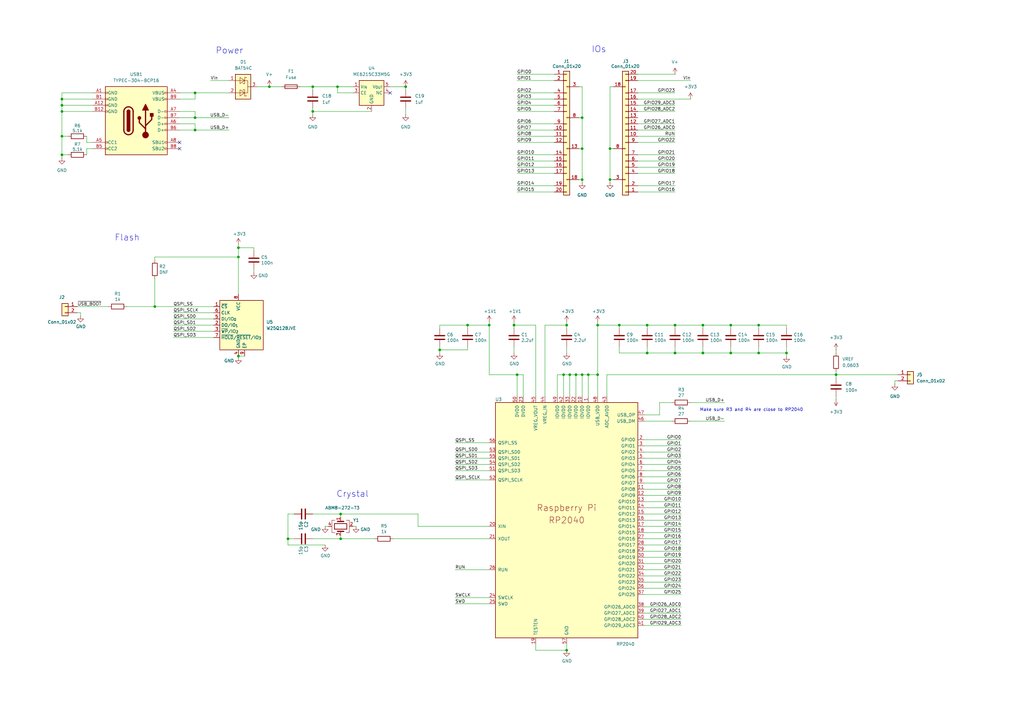
<source format=kicad_sch>
(kicad_sch (version 20250114) (generator "eeschema") (generator_version "9.0")
  (paper "A3")
  (title_block (title "RP2040 Minimal Design Example") (date "2024-01-16") (rev "REV2") (company "Raspberry Pi Ltd"))
  (lib_symbols
    (symbol "+3V3_1" (power) (pin_numbers (hide yes)) (pin_names (offset 0) (hide yes))
      (property "Value" "+3V3" (at 0 3.556 0))
      (symbol "+3V3_1_1_1"
        (pin power_in line (at 0 0 90) (length 0) (name "~") (number "1"))
      )
    )
    (symbol "+3V3_2" (power) (pin_numbers (hide yes)) (pin_names (offset 0) (hide yes))
      (property "Value" "+3V3" (at 0 3.556 0))
      (symbol "+3V3_2_1_1"
        (pin power_in line (at 0 0 90) (length 0) (name "~") (number "1"))
      )
    )
    (symbol "+3V3_3" (power) (pin_numbers (hide yes)) (pin_names (offset 0) (hide yes))
      (property "Value" "+3V3" (at 0 3.556 0))
      (symbol "+3V3_3_1_1"
        (pin power_in line (at 0 0 90) (length 0) (name "~") (number "1"))
      )
    )
    (symbol "+3V3_4" (power) (pin_numbers (hide yes)) (pin_names (offset 0) (hide yes))
      (property "Value" "+3V3" (at 0 3.556 0))
      (symbol "+3V3_4_1_1"
        (pin power_in line (at 0 0 90) (length 0) (name "~") (number "1"))
      )
    )
    (symbol "Conn_01x20_1" (pin_names (offset 1.016) (hide yes))
      (property "Reference" "J3" (at -1.27 28.194 0))
      (property "Value" "Conn_01x20" (at -5.842 26.162 0))
      (symbol "Conn_01x20_1_1_1"
        (pin passive line (at -5.08 22.86 0) (length 3.81) (name "Pin_20") (number "20"))
        (pin passive line (at -5.08 20.32 0) (length 3.81) (name "Pin_19") (number "19"))
        (pin passive line (at -5.08 15.24 0) (length 3.81) (name "Pin_17") (number "17"))
        (pin passive line (at -5.08 12.7 0) (length 3.81) (name "Pin_16") (number "16"))
        (pin passive line (at -5.08 10.16 0) (length 3.81) (name "Pin_15") (number "15"))
        (pin passive line (at -5.08 7.62 0) (length 3.81) (name "Pin_14") (number "14"))
        (pin passive line (at -5.08 5.08 0) (length 3.81) (name "Pin_13") (number "13"))
        (pin passive line (at -5.08 2.54 0) (length 3.81) (name "Pin_12") (number "12"))
        (pin passive line (at -5.08 0 0) (length 3.81) (name "Pin_11") (number "11"))
        (pin passive line (at -5.08 -2.54 0) (length 3.81) (name "Pin_10") (number "10"))
        (pin passive line (at -5.08 -5.08 0) (length 3.81) (name "Pin_9") (number "9"))
        (pin passive line (at -5.08 -10.16 0) (length 3.81) (name "Pin_7") (number "7"))
        (pin passive line (at -5.08 -12.7 0) (length 3.81) (name "Pin_6") (number "6"))
        (pin passive line (at -5.08 -15.24 0) (length 3.81) (name "Pin_5") (number "5"))
        (pin passive line (at -5.08 -17.78 0) (length 3.81) (name "Pin_4") (number "4"))
        (pin passive line (at -5.08 -22.86 0) (length 3.81) (name "Pin_2") (number "2"))
        (pin passive line (at -5.08 -25.4 0) (length 3.81) (name "Pin_1") (number "1"))
        (pin passive line (at 5.08 17.78 180) (length 3.81) (name "Pin_18") (number "18"))
        (pin passive line (at 5.08 -7.62 180) (length 3.81) (name "Pin_8") (number "8"))
        (pin passive line (at 5.08 -20.32 180) (length 3.81) (name "Pin_3") (number "3"))
      )
    )
    (symbol "Connector:USB_C_Receptacle" (pin_names (offset 1.016))
      (property "Reference" "USB1" (at 0 33.02 0))
      (property "Value" "TYPEC-304-BCP16" (at 0 30.48 0))
      (symbol "USB_C_Receptacle_1_1"
        (pin passive line (at -17.78 25.4 0) (length 5.08) (name "GND") (number "A1"))
        (pin passive line (at -17.78 25.4 0) (length 5.08) (hide yes) (name "VBUS") (number "A9"))
        (pin passive line (at -17.78 25.4 0) (length 5.08) (hide yes) (name "VBUS") (number "B4"))
        (pin passive line (at -17.78 25.4 0) (length 5.08) (hide yes) (name "VBUS") (number "B9"))
        (pin passive line (at -17.78 22.86 0) (length 5.08) (name "GND") (number "B1"))
        (pin passive line (at -17.78 22.86 0) (length 5.08) (hide yes) (name "VBUS") (number "B1"))
        (pin passive line (at -17.78 22.86 0) (length 5.08) (hide yes) (name "VBUS") (number "B4"))
        (pin passive line (at -17.78 22.86 0) (length 5.08) (hide yes) (name "VBUS") (number "B9"))
        (pin passive line (at -17.78 20.32 0) (length 5.08) (name "GND") (number "A12"))
        (pin passive line (at -17.78 20.32 0) (length 5.08) (hide yes) (name "VBUS") (number "A9"))
        (pin passive line (at -17.78 20.32 0) (length 5.08) (hide yes) (name "VBUS") (number "B4"))
        (pin passive line (at -17.78 20.32 0) (length 5.08) (hide yes) (name "VBUS") (number "B9"))
        (pin passive line (at -17.78 17.78 0) (length 5.08) (hide yes) (name "VBUS") (number "B1"))
        (pin passive line (at -17.78 17.78 0) (length 5.08) (name "GND") (number "B12"))
        (pin passive line (at -17.78 17.78 0) (length 5.08) (hide yes) (name "VBUS") (number "B4"))
        (pin passive line (at -17.78 17.78 0) (length 5.08) (hide yes) (name "VBUS") (number "B9"))
        (pin bidirectional line (at -17.78 5.08 0) (length 5.08) (name "CC1") (number "A5"))
        (pin bidirectional line (at -17.78 2.54 0) (length 5.08) (name "CC2") (number "B5"))
        (pin passive line (at 17.78 25.4 180) (length 5.08) (name "VBUS") (number "A4"))
        (pin passive line (at 17.78 25.4 180) (length 5.08) (hide yes) (name "VBUS") (number "A9"))
        (pin passive line (at 17.78 25.4 180) (length 5.08) (hide yes) (name "VBUS") (number "B4"))
        (pin passive line (at 17.78 25.4 180) (length 5.08) (hide yes) (name "VBUS") (number "B9"))
        (pin passive line (at 17.78 22.86 180) (length 5.08) (hide yes) (name "VBUS") (number "A9"))
        (pin passive line (at 17.78 22.86 180) (length 5.08) (hide yes) (name "VBUS") (number "B4"))
        (pin passive line (at 17.78 22.86 180) (length 5.08) (name "VBUS") (number "B9"))
        (pin passive line (at 17.78 22.86 180) (length 5.08) (hide yes) (name "VBUS") (number "B9"))
        (pin bidirectional line (at 17.78 17.78 180) (length 5.08) (name "D-") (number "A7"))
        (pin bidirectional line (at 17.78 15.24 180) (length 5.08) (name "D-") (number "B7"))
        (pin bidirectional line (at 17.78 12.7 180) (length 5.08) (name "D+") (number "A6"))
        (pin bidirectional line (at 17.78 10.16 180) (length 5.08) (name "D+") (number "B6"))
        (pin bidirectional line (at 17.78 5.08 180) (length 5.08) (name "SBU1") (number "A8"))
        (pin bidirectional line (at 17.78 2.54 180) (length 5.08) (name "SBU2") (number "B8"))
      )
    )
    (symbol "Connector_Generic:Conn_01x02" (pin_names (offset 1.016) (hide yes))
      (property "Reference" "J" (at 0 2.54 0))
      (property "Value" "Conn_01x02" (at 0 -5.08 0))
      (symbol "Conn_01x02_1_1"
        (pin passive line (at -5.08 0 0) (length 3.81) (name "Pin_1") (number "1"))
        (pin passive line (at -5.08 -2.54 0) (length 3.81) (name "Pin_2") (number "2"))
      )
    )
    (symbol "Connector_Generic:Conn_01x20" (pin_names (offset 1.016) (hide yes))
      (property "Reference" "J1" (at -1.27 28.194 0))
      (property "Value" "Conn_01x20" (at -5.842 26.162 0))
      (symbol "Conn_01x20_1_1"
        (pin passive line (at -5.08 22.86 0) (length 3.81) (name "Pin_1") (number "1"))
        (pin passive line (at -5.08 20.32 0) (length 3.81) (name "Pin_2") (number "2"))
        (pin passive line (at -5.08 15.24 0) (length 3.81) (name "Pin_4") (number "4"))
        (pin passive line (at -5.08 12.7 0) (length 3.81) (name "Pin_5") (number "5"))
        (pin passive line (at -5.08 10.16 0) (length 3.81) (name "Pin_6") (number "6"))
        (pin passive line (at -5.08 7.62 0) (length 3.81) (name "Pin_7") (number "7"))
        (pin passive line (at -5.08 2.54 0) (length 3.81) (name "Pin_9") (number "9"))
        (pin passive line (at -5.08 0 0) (length 3.81) (name "Pin_10") (number "10"))
        (pin passive line (at -5.08 -2.54 0) (length 3.81) (name "Pin_11") (number "11"))
        (pin passive line (at -5.08 -5.08 0) (length 3.81) (name "Pin_12") (number "12"))
        (pin passive line (at -5.08 -10.16 0) (length 3.81) (name "Pin_14") (number "14"))
        (pin passive line (at -5.08 -12.7 0) (length 3.81) (name "Pin_15") (number "15"))
        (pin passive line (at -5.08 -15.24 0) (length 3.81) (name "Pin_16") (number "16"))
        (pin passive line (at -5.08 -17.78 0) (length 3.81) (name "Pin_17") (number "17"))
        (pin passive line (at -5.08 -22.86 0) (length 3.81) (name "Pin_19") (number "19"))
        (pin passive line (at -5.08 -25.4 0) (length 3.81) (name "Pin_20") (number "20"))
        (pin passive line (at 5.08 17.78 180) (length 3.81) (name "Pin_3") (number "3"))
        (pin passive line (at 5.08 5.08 180) (length 3.81) (name "Pin_8") (number "8"))
        (pin passive line (at 5.08 -7.62 180) (length 3.81) (name "Pin_13") (number "13"))
        (pin passive line (at 5.08 -20.32 180) (length 3.81) (name "Pin_18") (number "18"))
      )
    )
    (symbol "Device:C" (pin_numbers (hide yes)) (pin_names (offset 0.254))
      (property "Reference" "C" (at 0.635 2.54 0))
      (property "Value" "C" (at 0.635 -2.54 0))
      (symbol "C_1_1"
        (pin passive line (at 0 3.81 270) (length 2.794) (name "~") (number "1"))
        (pin passive line (at 0 -3.81 90) (length 2.794) (name "~") (number "2"))
      )
    )
    (symbol "Device:Crystal_GND24" (pin_names (offset 1.016) (hide yes))
      (property "Reference" "Y" (at 3.175 5.08 0))
      (property "Value" "Crystal_GND24" (at 3.175 3.175 0))
      (symbol "Crystal_GND24_1_1"
        (pin passive line (at -3.81 0 0) (length 1.27) (name "1") (number "1"))
        (pin passive line (at 0 5.08 270) (length 1.27) (name "2") (number "2"))
        (pin passive line (at 0 -5.08 90) (length 1.27) (name "4") (number "4"))
        (pin passive line (at 3.81 0 180) (length 1.27) (name "3") (number "3"))
      )
    )
    (symbol "Device:Fuse" (pin_numbers (hide yes)) (pin_names (offset 0))
      (property "Reference" "F" (at 2.032 0 90))
      (property "Value" "Fuse" (at -1.905 0 90))
      (symbol "Fuse_1_1"
        (pin passive line (at 0 3.81 270) (length 1.27) (name "~") (number "1"))
        (pin passive line (at 0 -3.81 90) (length 1.27) (name "~") (number "2"))
      )
    )
    (symbol "Device:R" (pin_numbers (hide yes)) (pin_names (offset 0))
      (property "Reference" "R" (at 2.032 0 90))
      (property "Value" "R" (at 0 0 90))
      (symbol "R_1_1"
        (pin passive line (at 0 3.81 270) (length 1.27) (name "~") (number "1"))
        (pin passive line (at 0 -3.81 90) (length 1.27) (name "~") (number "2"))
      )
    )
    (symbol "Diode:BAT54C" (pin_names (offset 1.016))
      (property "Reference" "D1" (at -0.508 7.62 0))
      (property "Value" "BAT54C" (at -0.508 5.08 0))
      (symbol "BAT54C_1_1"
        (pin passive line (at -6.35 0 0) (length 2.54) (name "~") (number "1"))
        (pin passive line (at -6.35 -5.08 0) (length 2.54) (name "~") (number "2"))
        (pin passive line (at 5.08 -2.54 180) (length 2.54) (name "~") (number "3"))
      )
    )
    (symbol "GND_1" (power) (pin_numbers (hide yes)) (pin_names (offset 0) (hide yes))
      (property "Value" "GND" (at 0 -3.81 0))
      (symbol "GND_1_1_1"
        (pin power_in line (at 0 0 270) (length 0) (name "~") (number "1"))
      )
    )
    (symbol "GND_2" (power) (pin_numbers (hide yes)) (pin_names (offset 0) (hide yes))
      (property "Value" "GND" (at 0 -3.81 0))
      (symbol "GND_2_1_1"
        (pin power_in line (at 0 0 270) (length 0) (name "~") (number "1"))
      )
    )
    (symbol "GND_3" (power) (pin_numbers (hide yes)) (pin_names (offset 0) (hide yes))
      (property "Value" "GND" (at 0 -3.81 0))
      (symbol "GND_3_1_1"
        (pin power_in line (at 0 0 270) (length 0) (name "~") (number "1"))
      )
    )
    (symbol "GND_4" (power) (pin_numbers (hide yes)) (pin_names (offset 0) (hide yes))
      (property "Value" "GND" (at 0 -3.81 0))
      (symbol "GND_4_1_1"
        (pin power_in line (at 0 0 270) (length 0) (name "~") (number "1"))
      )
    )
    (symbol "GND_5" (power) (pin_numbers (hide yes)) (pin_names (offset 0) (hide yes))
      (property "Value" "GND" (at 0 -3.81 0))
      (symbol "GND_5_1_1"
        (pin power_in line (at 0 0 270) (length 0) (name "~") (number "1"))
      )
    )
    (symbol "MCU_RaspberryPi_RP2040:RP2040" (pin_names (offset 1.016))
      (property "Reference" "U" (at -29.21 49.53 0))
      (property "Value" "RP2040" (at 24.13 -49.53 0))
      (symbol "RP2040_0_0"
        (text "Raspberry Pi" (at 0 5.08 0) (effects (font (size 2.54 2.54))))
        (text "RP2040" (at 0 0 0) (effects (font (size 2.54 2.54))))
      )
      (symbol "RP2040_1_1"
        (pin bidirectional line (at -31.75 31.75 0) (length 2.54) (name "QSPI_SS") (number "56"))
        (pin bidirectional line (at -31.75 27.94 0) (length 2.54) (name "QSPI_SD0") (number "53"))
        (pin bidirectional line (at -31.75 25.4 0) (length 2.54) (name "QSPI_SD1") (number "55"))
        (pin bidirectional line (at -31.75 22.86 0) (length 2.54) (name "QSPI_SD2") (number "54"))
        (pin bidirectional line (at -31.75 20.32 0) (length 2.54) (name "QSPI_SD3") (number "51"))
        (pin output line (at -31.75 16.51 0) (length 2.54) (name "QSPI_SCLK") (number "52"))
        (pin input line (at -31.75 -2.54 0) (length 2.54) (name "XIN") (number "20"))
        (pin passive line (at -31.75 -7.62 0) (length 2.54) (name "XOUT") (number "21"))
        (pin input line (at -31.75 -20.32 0) (length 2.54) (name "RUN") (number "26"))
        (pin output line (at -31.75 -31.75 0) (length 2.54) (name "SWCLK") (number "24"))
        (pin bidirectional line (at -31.75 -34.29 0) (length 2.54) (name "SWD") (number "25"))
        (pin power_in line (at -20.32 50.8 270) (length 2.54) (name "DVDD") (number "50"))
        (pin power_in line (at -17.78 50.8 270) (length 2.54) (name "DVDD") (number "23"))
        (pin power_out line (at -12.7 50.8 270) (length 2.54) (name "VREG_VOUT") (number "45"))
        (pin passive line (at -12.7 -50.8 90) (length 2.54) (name "TESTEN") (number "19"))
        (pin power_in line (at -8.89 50.8 270) (length 2.54) (name "VREG_IN") (number "44"))
        (pin power_in line (at -3.81 50.8 270) (length 2.54) (name "IOVDD") (number "49"))
        (pin power_in line (at -1.27 50.8 270) (length 2.54) (name "IOVDD") (number "42"))
        (pin power_in line (at 0 -50.8 90) (length 2.54) (name "GND") (number "57"))
        (pin power_in line (at 1.27 50.8 270) (length 2.54) (name "IOVDD") (number "33"))
        (pin power_in line (at 3.81 50.8 270) (length 2.54) (name "IOVDD") (number "22"))
        (pin power_in line (at 6.35 50.8 270) (length 2.54) (name "IOVDD") (number "10"))
        (pin power_in line (at 8.89 50.8 270) (length 2.54) (name "IOVDD") (number "1"))
        (pin power_in line (at 12.7 50.8 270) (length 2.54) (name "USB_VDD") (number "48"))
        (pin power_in line (at 16.51 50.8 270) (length 2.54) (name "ADC_AVDD") (number "43"))
        (pin bidirectional line (at 31.75 43.18 180) (length 2.54) (name "USB_DP") (number "47"))
        (pin bidirectional line (at 31.75 40.64 180) (length 2.54) (name "USB_DM") (number "46"))
        (pin bidirectional line (at 31.75 33.02 180) (length 2.54) (name "GPIO0") (number "2"))
        (pin bidirectional line (at 31.75 30.48 180) (length 2.54) (name "GPIO1") (number "3"))
        (pin bidirectional line (at 31.75 27.94 180) (length 2.54) (name "GPIO2") (number "4"))
        (pin bidirectional line (at 31.75 25.4 180) (length 2.54) (name "GPIO3") (number "5"))
        (pin bidirectional line (at 31.75 22.86 180) (length 2.54) (name "GPIO4") (number "6"))
        (pin bidirectional line (at 31.75 20.32 180) (length 2.54) (name "GPIO5") (number "7"))
        (pin bidirectional line (at 31.75 17.78 180) (length 2.54) (name "GPIO6") (number "8"))
        (pin bidirectional line (at 31.75 15.24 180) (length 2.54) (name "GPIO7") (number "9"))
        (pin bidirectional line (at 31.75 12.7 180) (length 2.54) (name "GPIO8") (number "11"))
        (pin bidirectional line (at 31.75 10.16 180) (length 2.54) (name "GPIO9") (number "12"))
        (pin bidirectional line (at 31.75 7.62 180) (length 2.54) (name "GPIO10") (number "13"))
        (pin bidirectional line (at 31.75 5.08 180) (length 2.54) (name "GPIO11") (number "14"))
        (pin bidirectional line (at 31.75 2.54 180) (length 2.54) (name "GPIO12") (number "15"))
        (pin bidirectional line (at 31.75 0 180) (length 2.54) (name "GPIO13") (number "16"))
        (pin bidirectional line (at 31.75 -2.54 180) (length 2.54) (name "GPIO14") (number "17"))
        (pin bidirectional line (at 31.75 -5.08 180) (length 2.54) (name "GPIO15") (number "18"))
        (pin bidirectional line (at 31.75 -7.62 180) (length 2.54) (name "GPIO16") (number "27"))
        (pin bidirectional line (at 31.75 -10.16 180) (length 2.54) (name "GPIO17") (number "28"))
        (pin bidirectional line (at 31.75 -12.7 180) (length 2.54) (name "GPIO18") (number "29"))
        (pin bidirectional line (at 31.75 -15.24 180) (length 2.54) (name "GPIO19") (number "30"))
        (pin bidirectional line (at 31.75 -17.78 180) (length 2.54) (name "GPIO20") (number "31"))
        (pin bidirectional line (at 31.75 -20.32 180) (length 2.54) (name "GPIO21") (number "32"))
        (pin bidirectional line (at 31.75 -22.86 180) (length 2.54) (name "GPIO22") (number "34"))
        (pin bidirectional line (at 31.75 -25.4 180) (length 2.54) (name "GPIO23") (number "35"))
        (pin bidirectional line (at 31.75 -27.94 180) (length 2.54) (name "GPIO24") (number "36"))
        (pin bidirectional line (at 31.75 -30.48 180) (length 2.54) (name "GPIO25") (number "37"))
        (pin bidirectional line (at 31.75 -35.56 180) (length 2.54) (name "GPIO26_ADC0") (number "38"))
        (pin bidirectional line (at 31.75 -38.1 180) (length 2.54) (name "GPIO27_ADC1") (number "39"))
        (pin bidirectional line (at 31.75 -40.64 180) (length 2.54) (name "GPIO28_ADC2") (number "40"))
        (pin bidirectional line (at 31.75 -43.18 180) (length 2.54) (name "GPIO29_ADC3") (number "41"))
      )
    )
    (symbol "Memory_Flash:W25Q128JVE"
      (property "Reference" "U" (at -6.35 11.43 0))
      (property "Value" "W25Q128JVE" (at 7.62 11.43 0))
      (symbol "W25Q128JVE_1_1"
        (pin input line (at -10.16 7.62 0) (length 2.54) (name "~{CS}") (number "1"))
        (pin input line (at -10.16 5.08 0) (length 2.54) (name "CLK") (number "6"))
        (pin bidirectional line (at -10.16 2.54 0) (length 2.54) (name "DI/IO_{0}") (number "5"))
        (pin bidirectional line (at -10.16 0 0) (length 2.54) (name "DO/IO_{1}") (number "2"))
        (pin bidirectional line (at -10.16 -2.54 0) (length 2.54) (name "~{WP}/IO_{2}") (number "3"))
        (pin bidirectional line (at -10.16 -5.08 0) (length 2.54) (name "~{HOLD}/~{RESET}/IO_{3}") (number "7"))
        (pin power_in line (at 0 12.7 270) (length 2.54) (name "VCC") (number "8"))
        (pin power_in line (at 0 -12.7 90) (length 2.54) (name "GND") (number "4"))
        (pin passive line (at 2.54 -12.7 90) (length 2.54) (name "EP") (number "9"))
      )
    )
    (symbol "Regulator_Linear:ME6211C33M5"
      (property "Reference" "U4" (at 0 10.16 0))
      (property "Value" "ME6215C33M5G" (at 0 7.62 0))
      (symbol "ME6211C33M5_1_1"
        (pin power_in line (at -7.62 2.54 0) (length 2.54) (name "V_{IN}") (number "1"))
        (pin input line (at -7.62 0 0) (length 2.54) (name "CE") (number "3"))
        (pin power_in line (at 0 -7.62 90) (length 2.54) (name "GND") (number "2"))
        (pin no_connect line (at 5.08 0 180) (length 2.54) (hide yes) (name "NC") (number "4"))
        (pin power_out line (at 7.62 2.54 180) (length 2.54) (name "V_{OUT}") (number "5"))
        (pin unspecified line (at 7.62 0 180) (length 2.54) (name "NC") (number "4"))
      )
    )
    (symbol "VBUS_1" (power) (pin_numbers (hide yes)) (pin_names (offset 0) (hide yes))
      (property "Value" "VBUS" (at 0 3.556 0))
      (symbol "VBUS_1_1_1"
        (pin power_in line (at 0 0 90) (length 0) (name "~") (number "1"))
      )
    )
    (symbol "power:+1V1" (power) (pin_names (offset 0))
      (property "Value" "+1V1" (at 0 3.556 0))
      (symbol "+1V1_1_1"
        (pin power_in line (at 0 0 90) (length 0) (hide yes) (name "+1V1") (number "1"))
      )
    )
    (symbol "power:+3V3" (power) (pin_names (offset 0))
      (property "Value" "+3V3" (at 0 3.556 0))
      (symbol "+3V3_1_1"
        (pin power_in line (at 0 0 90) (length 0) (hide yes) (name "+3V3") (number "1"))
      )
    )
    (symbol "power:GND" (power) (pin_names (offset 0))
      (property "Value" "GND" (at 0 -3.81 0))
      (symbol "GND_1_1"
        (pin power_in line (at 0 0 270) (length 0) (hide yes) (name "GND") (number "1"))
      )
    )
  )
  (text "IOs" (at 242.57 21.844 0) (effects (font (size 2.54 2.54)) (justify left bottom)))
  (text "Power" (at 88.392 22.352 0) (effects (font (size 2.54 2.54)) (justify left bottom)))
  (text "Crystal" (at 137.922 204.216 0) (effects (font (size 2.54 2.54)) (justify left bottom)))
  (text "Make sure R3 and R4 are close to RP2040" (at 287.02 168.91 0) (effects (font (size 1.27 1.27)) (justify left bottom)))
  (text "Flash" (at 46.99 99.06 0) (effects (font (size 2.54 2.54)) (justify left bottom)))
  (junction (at 25.4 55.88))
  (junction (at 110.49 35.56))
  (junction (at 97.79 105.41))
  (junction (at 250.19 73.66))
  (junction (at 80.01 38.1))
  (junction (at 191.77 133.35))
  (junction (at 238.76 73.66))
  (junction (at 118.11 220.98))
  (junction (at 254 133.35))
  (junction (at 25.4 40.64))
  (junction (at 276.86 144.78))
  (junction (at 245.11 153.67))
  (junction (at 288.29 133.35))
  (junction (at 210.82 133.35))
  (junction (at 139.7 210.82))
  (junction (at 276.86 133.35))
  (junction (at 238.76 153.67))
  (junction (at 25.4 43.18))
  (junction (at 138.43 35.56))
  (junction (at 180.34 143.51))
  (junction (at 212.09 153.67))
  (junction (at 311.15 133.35))
  (junction (at 166.37 35.56))
  (junction (at 322.58 144.78))
  (junction (at 139.7 220.98))
  (junction (at 238.76 48.26))
  (junction (at 288.29 144.78))
  (junction (at 232.41 133.35))
  (junction (at 97.79 101.6))
  (junction (at 25.4 63.5))
  (junction (at 97.79 146.05))
  (junction (at 80.01 48.26))
  (junction (at 238.76 60.96))
  (junction (at 241.3 153.67))
  (junction (at 233.68 153.67))
  (junction (at 200.66 133.35))
  (junction (at 265.43 144.78))
  (junction (at 299.72 144.78))
  (junction (at 236.22 153.67))
  (junction (at 25.4 45.72))
  (junction (at 231.14 153.67))
  (junction (at 63.5 125.73))
  (junction (at 128.27 35.56))
  (junction (at 232.41 266.7))
  (junction (at 245.11 133.35))
  (junction (at 342.9 153.67))
  (junction (at 128.27 45.72))
  (junction (at 299.72 133.35))
  (junction (at 311.15 144.78))
  (junction (at 250.19 60.96))
  (junction (at 80.01 53.34))
  (junction (at 265.43 133.35))
  (no_connect (at 160.02 38.1))
  (no_connect (at 73.66 60.96))
  (no_connect (at 73.66 58.42))
  (wire (pts (xy 261.62 43.18) (xy 276.86 43.18)))
  (wire (pts (xy 264.16 205.74) (xy 279.4 205.74)))
  (wire (pts (xy 227.33 53.34) (xy 212.09 53.34)))
  (wire (pts (xy 180.34 143.51) (xy 191.77 143.51)))
  (wire (pts (xy 73.66 40.64) (xy 80.01 40.64)))
  (wire (pts (xy 25.4 45.72) (xy 25.4 55.88)))
  (wire (pts (xy 270.51 165.1) (xy 270.51 170.18)))
  (wire (pts (xy 261.62 68.58) (xy 276.86 68.58)))
  (wire (pts (xy 35.56 60.96) (xy 38.1 60.96)))
  (wire (pts (xy 227.33 43.18) (xy 212.09 43.18)))
  (wire (pts (xy 276.86 133.35) (xy 288.29 133.35)))
  (wire (pts (xy 238.76 35.56) (xy 238.76 48.26)))
  (wire (pts (xy 166.37 35.56) (xy 166.37 36.83)))
  (wire (pts (xy 241.3 153.67) (xy 245.11 153.67)))
  (wire (pts (xy 118.11 223.52) (xy 133.35 223.52)))
  (wire (pts (xy 25.4 55.88) (xy 27.94 55.88)))
  (wire (pts (xy 87.63 138.43) (xy 71.12 138.43)))
  (wire (pts (xy 232.41 132.08) (xy 232.41 133.35)))
  (wire (pts (xy 368.3 156.21) (xy 367.03 156.21)))
  (wire (pts (xy 276.86 134.62) (xy 276.86 133.35)))
  (wire (pts (xy 200.66 132.08) (xy 200.66 133.35)))
  (wire (pts (xy 264.16 218.44) (xy 279.4 218.44)))
  (wire (pts (xy 227.33 66.04) (xy 212.09 66.04)))
  (wire (pts (xy 228.6 162.56) (xy 228.6 153.67)))
  (wire (pts (xy 38.1 45.72) (xy 25.4 45.72)))
  (wire (pts (xy 227.33 38.1) (xy 212.09 38.1)))
  (wire (pts (xy 73.66 48.26) (xy 80.01 48.26)))
  (wire (pts (xy 97.79 101.6) (xy 97.79 105.41)))
  (wire (pts (xy 264.16 243.84) (xy 279.4 243.84)))
  (wire (pts (xy 238.76 48.26) (xy 238.76 60.96)))
  (wire (pts (xy 228.6 153.67) (xy 231.14 153.67)))
  (wire (pts (xy 264.16 238.76) (xy 279.4 238.76)))
  (wire (pts (xy 264.16 172.72) (xy 275.59 172.72)))
  (wire (pts (xy 232.41 133.35) (xy 223.52 133.35)))
  (wire (pts (xy 73.66 53.34) (xy 80.01 53.34)))
  (wire (pts (xy 264.16 180.34) (xy 279.4 180.34)))
  (wire (pts (xy 227.33 45.72) (xy 212.09 45.72)))
  (wire (pts (xy 71.12 128.27) (xy 87.63 128.27)))
  (wire (pts (xy 342.9 152.4) (xy 342.9 153.67)))
  (wire (pts (xy 97.79 100.33) (xy 97.79 101.6)))
  (wire (pts (xy 283.21 165.1) (xy 297.18 165.1)))
  (wire (pts (xy 250.19 74.93) (xy 250.19 73.66)))
  (wire (pts (xy 128.27 35.56) (xy 138.43 35.56)))
  (wire (pts (xy 276.86 142.24) (xy 276.86 144.78)))
  (wire (pts (xy 264.16 185.42) (xy 279.4 185.42)))
  (wire (pts (xy 251.46 60.96) (xy 250.19 60.96)))
  (wire (pts (xy 210.82 133.35) (xy 219.71 133.35)))
  (wire (pts (xy 133.35 215.9) (xy 134.62 215.9)))
  (wire (pts (xy 25.4 55.88) (xy 25.4 63.5)))
  (wire (pts (xy 180.34 133.35) (xy 191.77 133.35)))
  (wire (pts (xy 264.16 254) (xy 279.4 254)))
  (wire (pts (xy 63.5 114.3) (xy 63.5 125.73)))
  (wire (pts (xy 73.66 45.72) (xy 80.01 45.72)))
  (wire (pts (xy 227.33 68.58) (xy 212.09 68.58)))
  (wire (pts (xy 180.34 142.24) (xy 180.34 143.51)))
  (wire (pts (xy 237.49 73.66) (xy 238.76 73.66)))
  (wire (pts (xy 73.66 50.8) (xy 80.01 50.8)))
  (wire (pts (xy 144.78 215.9) (xy 146.05 215.9)))
  (wire (pts (xy 227.33 71.12) (xy 212.09 71.12)))
  (wire (pts (xy 186.69 193.04) (xy 200.66 193.04)))
  (wire (pts (xy 227.33 63.5) (xy 212.09 63.5)))
  (wire (pts (xy 128.27 210.82) (xy 139.7 210.82)))
  (wire (pts (xy 210.82 134.62) (xy 210.82 133.35)))
  (wire (pts (xy 261.62 53.34) (xy 276.86 53.34)))
  (wire (pts (xy 227.33 40.64) (xy 212.09 40.64)))
  (wire (pts (xy 191.77 133.35) (xy 200.66 133.35)))
  (wire (pts (xy 44.45 125.73) (xy 31.75 125.73)))
  (wire (pts (xy 342.9 163.83) (xy 342.9 162.56)))
  (wire (pts (xy 35.56 58.42) (xy 35.56 55.88)))
  (wire (pts (xy 97.79 146.685) (xy 97.79 146.05)))
  (wire (pts (xy 200.66 133.35) (xy 200.66 153.67)))
  (wire (pts (xy 227.33 58.42) (xy 212.09 58.42)))
  (wire (pts (xy 186.69 187.96) (xy 200.66 187.96)))
  (wire (pts (xy 25.4 43.18) (xy 25.4 45.72)))
  (wire (pts (xy 200.66 233.68) (xy 186.69 233.68)))
  (wire (pts (xy 299.72 134.62) (xy 299.72 133.35)))
  (wire (pts (xy 231.14 153.67) (xy 233.68 153.67)))
  (wire (pts (xy 87.63 133.35) (xy 71.12 133.35)))
  (wire (pts (xy 238.76 162.56) (xy 238.76 153.67)))
  (wire (pts (xy 38.1 38.1) (xy 25.4 38.1)))
  (wire (pts (xy 254 134.62) (xy 254 133.35)))
  (wire (pts (xy 342.9 153.67) (xy 368.3 153.67)))
  (wire (pts (xy 245.11 133.35) (xy 254 133.35)))
  (wire (pts (xy 104.14 101.6) (xy 97.79 101.6)))
  (wire (pts (xy 227.33 55.88) (xy 212.09 55.88)))
  (wire (pts (xy 139.7 219.71) (xy 139.7 220.98)))
  (wire (pts (xy 118.11 220.98) (xy 118.11 223.52)))
  (wire (pts (xy 264.16 170.18) (xy 270.51 170.18)))
  (wire (pts (xy 261.62 55.88) (xy 276.86 55.88)))
  (wire (pts (xy 160.02 35.56) (xy 166.37 35.56)))
  (wire (pts (xy 25.4 64.77) (xy 25.4 63.5)))
  (wire (pts (xy 200.66 181.61) (xy 186.69 181.61)))
  (wire (pts (xy 261.62 71.12) (xy 276.86 71.12)))
  (wire (pts (xy 251.46 73.66) (xy 250.19 73.66)))
  (wire (pts (xy 299.72 133.35) (xy 311.15 133.35)))
  (wire (pts (xy 128.27 46.99) (xy 128.27 45.72)))
  (wire (pts (xy 322.58 142.24) (xy 322.58 144.78)))
  (wire (pts (xy 212.09 153.67) (xy 212.09 162.56)))
  (wire (pts (xy 161.29 220.98) (xy 200.66 220.98)))
  (wire (pts (xy 261.62 45.72) (xy 276.86 45.72)))
  (wire (pts (xy 80.01 53.34) (xy 80.01 50.8)))
  (wire (pts (xy 264.16 215.9) (xy 279.4 215.9)))
  (wire (pts (xy 264.16 195.58) (xy 279.4 195.58)))
  (wire (pts (xy 191.77 143.51) (xy 191.77 142.24)))
  (wire (pts (xy 265.43 134.62) (xy 265.43 133.35)))
  (wire (pts (xy 265.43 144.78) (xy 254 144.78)))
  (wire (pts (xy 264.16 248.92) (xy 279.4 248.92)))
  (wire (pts (xy 245.11 133.35) (xy 245.11 153.67)))
  (wire (pts (xy 38.1 43.18) (xy 25.4 43.18)))
  (wire (pts (xy 232.41 133.35) (xy 232.41 134.62)))
  (wire (pts (xy 245.11 132.08) (xy 245.11 133.35)))
  (wire (pts (xy 261.62 40.64) (xy 283.21 40.64)))
  (wire (pts (xy 250.19 35.56) (xy 250.19 60.96)))
  (wire (pts (xy 264.16 198.12) (xy 279.4 198.12)))
  (wire (pts (xy 261.62 50.8) (xy 276.86 50.8)))
  (wire (pts (xy 87.63 135.89) (xy 71.12 135.89)))
  (wire (pts (xy 31.75 128.27) (xy 33.02 128.27)))
  (wire (pts (xy 210.82 142.24) (xy 210.82 144.78)))
  (wire (pts (xy 265.43 133.35) (xy 276.86 133.35)))
  (wire (pts (xy 237.49 60.96) (xy 238.76 60.96)))
  (wire (pts (xy 52.07 125.73) (xy 63.5 125.73)))
  (wire (pts (xy 227.33 33.02) (xy 212.09 33.02)))
  (wire (pts (xy 241.3 153.67) (xy 241.3 162.56)))
  (wire (pts (xy 261.62 58.42) (xy 276.86 58.42)))
  (wire (pts (xy 227.33 30.48) (xy 212.09 30.48)))
  (wire (pts (xy 342.9 153.67) (xy 342.9 154.94)))
  (wire (pts (xy 138.43 35.56) (xy 138.43 38.1)))
  (wire (pts (xy 128.27 45.72) (xy 152.4 45.72)))
  (wire (pts (xy 264.16 256.54) (xy 279.4 256.54)))
  (wire (pts (xy 86.36 33.02) (xy 93.98 33.02)))
  (wire (pts (xy 238.76 60.96) (xy 238.76 73.66)))
  (wire (pts (xy 265.43 142.24) (xy 265.43 144.78)))
  (wire (pts (xy 236.22 162.56) (xy 236.22 153.67)))
  (wire (pts (xy 110.49 35.56) (xy 115.57 35.56)))
  (wire (pts (xy 311.15 144.78) (xy 322.58 144.78)))
  (wire (pts (xy 299.72 142.24) (xy 299.72 144.78)))
  (wire (pts (xy 80.01 48.26) (xy 80.01 45.72)))
  (wire (pts (xy 138.43 35.56) (xy 144.78 35.56)))
  (wire (pts (xy 35.56 58.42) (xy 38.1 58.42)))
  (wire (pts (xy 254 133.35) (xy 265.43 133.35)))
  (wire (pts (xy 264.16 200.66) (xy 279.4 200.66)))
  (wire (pts (xy 80.01 38.1) (xy 93.98 38.1)))
  (wire (pts (xy 128.27 220.98) (xy 139.7 220.98)))
  (wire (pts (xy 232.41 142.24) (xy 232.41 144.78)))
  (wire (pts (xy 120.65 220.98) (xy 118.11 220.98)))
  (wire (pts (xy 139.7 220.98) (xy 153.67 220.98)))
  (wire (pts (xy 25.4 38.1) (xy 25.4 40.64)))
  (wire (pts (xy 219.71 133.35) (xy 219.71 162.56)))
  (wire (pts (xy 128.27 35.56) (xy 128.27 36.83)))
  (wire (pts (xy 264.16 187.96) (xy 279.4 187.96)))
  (wire (pts (xy 322.58 134.62) (xy 322.58 133.35)))
  (wire (pts (xy 200.66 247.65) (xy 186.69 247.65)))
  (wire (pts (xy 233.68 153.67) (xy 236.22 153.67)))
  (wire (pts (xy 322.58 144.78) (xy 322.58 146.05)))
  (wire (pts (xy 38.1 40.64) (xy 25.4 40.64)))
  (wire (pts (xy 264.16 226.06) (xy 279.4 226.06)))
  (wire (pts (xy 227.33 50.8) (xy 212.09 50.8)))
  (wire (pts (xy 200.66 196.85) (xy 186.69 196.85)))
  (wire (pts (xy 105.41 35.56) (xy 110.49 35.56)))
  (wire (pts (xy 233.68 162.56) (xy 233.68 153.67)))
  (wire (pts (xy 232.41 264.16) (xy 232.41 266.7)))
  (wire (pts (xy 245.11 162.56) (xy 245.11 153.67)))
  (wire (pts (xy 264.16 223.52) (xy 279.4 223.52)))
  (wire (pts (xy 87.63 130.81) (xy 71.12 130.81)))
  (wire (pts (xy 276.86 144.78) (xy 265.43 144.78)))
  (wire (pts (xy 227.33 76.2) (xy 212.09 76.2)))
  (wire (pts (xy 254 142.24) (xy 254 144.78)))
  (wire (pts (xy 237.49 48.26) (xy 238.76 48.26)))
  (wire (pts (xy 219.71 264.16) (xy 219.71 266.7)))
  (wire (pts (xy 264.16 228.6) (xy 279.4 228.6)))
  (wire (pts (xy 35.56 60.96) (xy 35.56 63.5)))
  (wire (pts (xy 248.92 162.56) (xy 248.92 153.67)))
  (wire (pts (xy 25.4 40.64) (xy 25.4 43.18)))
  (wire (pts (xy 120.65 210.82) (xy 118.11 210.82)))
  (wire (pts (xy 264.16 208.28) (xy 279.4 208.28)))
  (wire (pts (xy 144.78 38.1) (xy 138.43 38.1)))
  (wire (pts (xy 200.66 153.67) (xy 212.09 153.67)))
  (wire (pts (xy 264.16 233.68) (xy 279.4 233.68)))
  (wire (pts (xy 237.49 35.56) (xy 238.76 35.56)))
  (wire (pts (xy 171.45 210.82) (xy 171.45 215.9)))
  (wire (pts (xy 214.63 153.67) (xy 212.09 153.67)))
  (wire (pts (xy 283.21 172.72) (xy 297.18 172.72)))
  (wire (pts (xy 264.16 213.36) (xy 279.4 213.36)))
  (wire (pts (xy 311.15 144.78) (xy 299.72 144.78)))
  (wire (pts (xy 118.11 210.82) (xy 118.11 220.98)))
  (wire (pts (xy 139.7 212.09) (xy 139.7 210.82)))
  (wire (pts (xy 186.69 185.42) (xy 200.66 185.42)))
  (wire (pts (xy 236.22 153.67) (xy 238.76 153.67)))
  (wire (pts (xy 264.16 203.2) (xy 279.4 203.2)))
  (wire (pts (xy 264.16 220.98) (xy 279.4 220.98)))
  (wire (pts (xy 180.34 134.62) (xy 180.34 133.35)))
  (wire (pts (xy 270.51 165.1) (xy 275.59 165.1)))
  (wire (pts (xy 104.14 110.49) (xy 104.14 111.76)))
  (wire (pts (xy 180.34 143.51) (xy 180.34 144.78)))
  (wire (pts (xy 311.15 142.24) (xy 311.15 144.78)))
  (wire (pts (xy 80.01 40.64) (xy 80.01 38.1)))
  (wire (pts (xy 231.14 162.56) (xy 231.14 153.67)))
  (wire (pts (xy 210.82 132.08) (xy 210.82 133.35)))
  (wire (pts (xy 171.45 215.9) (xy 200.66 215.9)))
  (wire (pts (xy 97.79 146.05) (xy 100.33 146.05)))
  (wire (pts (xy 264.16 210.82) (xy 279.4 210.82)))
  (wire (pts (xy 288.29 133.35) (xy 299.72 133.35)))
  (wire (pts (xy 261.62 78.74) (xy 276.86 78.74)))
  (wire (pts (xy 261.62 30.48) (xy 276.86 30.48)))
  (wire (pts (xy 186.69 190.5) (xy 200.66 190.5)))
  (wire (pts (xy 214.63 162.56) (xy 214.63 153.67)))
  (wire (pts (xy 264.16 193.04) (xy 279.4 193.04)))
  (wire (pts (xy 80.01 53.34) (xy 93.98 53.34)))
  (wire (pts (xy 264.16 236.22) (xy 279.4 236.22)))
  (wire (pts (xy 261.62 63.5) (xy 276.86 63.5)))
  (wire (pts (xy 264.16 182.88) (xy 279.4 182.88)))
  (wire (pts (xy 288.29 144.78) (xy 276.86 144.78)))
  (wire (pts (xy 104.14 102.87) (xy 104.14 101.6)))
  (wire (pts (xy 299.72 144.78) (xy 288.29 144.78)))
  (wire (pts (xy 261.62 66.04) (xy 276.86 66.04)))
  (wire (pts (xy 73.66 38.1) (xy 80.01 38.1)))
  (wire (pts (xy 238.76 153.67) (xy 241.3 153.67)))
  (wire (pts (xy 63.5 125.73) (xy 87.63 125.73)))
  (wire (pts (xy 227.33 78.74) (xy 212.09 78.74)))
  (wire (pts (xy 367.03 156.21) (xy 367.03 157.48)))
  (wire (pts (xy 25.4 63.5) (xy 27.94 63.5)))
  (wire (pts (xy 261.62 33.02) (xy 283.21 33.02)))
  (wire (pts (xy 248.92 153.67) (xy 342.9 153.67)))
  (wire (pts (xy 219.71 266.7) (xy 232.41 266.7)))
  (wire (pts (xy 191.77 134.62) (xy 191.77 133.35)))
  (wire (pts (xy 261.62 38.1) (xy 276.86 38.1)))
  (wire (pts (xy 342.9 143.51) (xy 342.9 144.78)))
  (wire (pts (xy 311.15 133.35) (xy 322.58 133.35)))
  (wire (pts (xy 238.76 74.93) (xy 238.76 73.66)))
  (wire (pts (xy 311.15 134.62) (xy 311.15 133.35)))
  (wire (pts (xy 123.19 35.56) (xy 128.27 35.56)))
  (wire (pts (xy 250.19 60.96) (xy 250.19 73.66)))
  (wire (pts (xy 288.29 142.24) (xy 288.29 144.78)))
  (wire (pts (xy 264.16 231.14) (xy 279.4 231.14)))
  (wire (pts (xy 264.16 241.3) (xy 279.4 241.3)))
  (wire (pts (xy 261.62 76.2) (xy 276.86 76.2)))
  (wire (pts (xy 128.27 44.45) (xy 128.27 45.72)))
  (wire (pts (xy 288.29 134.62) (xy 288.29 133.35)))
  (wire (pts (xy 80.01 48.26) (xy 93.98 48.26)))
  (wire (pts (xy 200.66 245.11) (xy 186.69 245.11)))
  (wire (pts (xy 223.52 133.35) (xy 223.52 162.56)))
  (wire (pts (xy 166.37 44.45) (xy 166.37 46.99)))
  (wire (pts (xy 63.5 106.68) (xy 63.5 105.41)))
  (wire (pts (xy 63.5 105.41) (xy 97.79 105.41)))
  (wire (pts (xy 264.16 251.46) (xy 279.4 251.46)))
  (wire (pts (xy 264.16 190.5) (xy 279.4 190.5)))
  (wire (pts (xy 251.46 35.56) (xy 250.19 35.56)))
  (wire (pts (xy 33.02 128.27) (xy 33.02 129.54)))
  (wire (pts (xy 97.79 105.41) (xy 97.79 120.65)))
  (wire (pts (xy 139.7 210.82) (xy 171.45 210.82)))
  (label "GPIO29_ADC3" (at 276.86 43.18 180))
  (label "Vin" (at 86.36 33.02 0))
  (label "GPIO17" (at 276.86 76.2 180))
  (label "GPIO20" (at 276.86 66.04 180))
  (label "GPIO7" (at 212.09 53.34 0))
  (label "QSPI_SS" (at 71.12 125.73 0))
  (label "QSPI_SD3" (at 71.12 138.43 0))
  (label "QSPI_SD2" (at 186.69 190.5 0))
  (label "USB_D-" (at 297.18 172.72 180))
  (label "GPIO4" (at 279.4 190.5 180))
  (label "GPIO13" (at 212.09 71.12 0))
  (label "GPIO3" (at 212.09 40.64 0))
  (label "RUN" (at 186.69 233.68 0))
  (label "GPIO22" (at 276.86 58.42 180))
  (label "GPIO0" (at 212.09 30.48 0))
  (label "GPIO29_ADC3" (at 279.4 256.54 180))
  (label "QSPI_SD1" (at 186.69 187.96 0))
  (label "GPIO13" (at 279.4 213.36 180))
  (label "GPIO8" (at 212.09 55.88 0))
  (label "GPIO6" (at 279.4 195.58 180))
  (label "USB_D+" (at 297.18 165.1 180))
  (label "SWD" (at 186.69 247.65 0))
  (label "GPIO20" (at 279.4 231.14 180))
  (label "QSPI_SD1" (at 71.12 133.35 0))
  (label "QSPI_SD3" (at 186.69 193.04 0))
  (label "GPIO18" (at 279.4 226.06 180))
  (label "GPIO25" (at 279.4 243.84 180))
  (label "GPIO11" (at 212.09 66.04 0))
  (label "USB_D-" (at 93.98 48.26 180))
  (label "GPIO0" (at 279.4 180.34 180))
  (label "GPIO4" (at 212.09 43.18 0))
  (label "GPIO21" (at 279.4 233.68 180))
  (label "GPIO11" (at 279.4 208.28 180))
  (label "GPIO19" (at 276.86 68.58 180))
  (label "USB_D+" (at 93.98 53.34 180))
  (label "GPIO27_ADC1" (at 279.4 251.46 180))
  (label "GPIO9" (at 212.09 58.42 0))
  (label "GPIO1" (at 279.4 182.88 180))
  (label "GPIO14" (at 279.4 215.9 180))
  (label "GPIO3" (at 279.4 187.96 180))
  (label "Vin" (at 283.21 33.02 180))
  (label "GPIO28_ADC2" (at 276.86 45.72 180))
  (label "GPIO10" (at 279.4 205.74 180))
  (label "GPIO23" (at 279.4 238.76 180))
  (label "GPIO15" (at 212.09 78.74 0))
  (label "SWCLK" (at 186.69 245.11 0))
  (label "QSPI_SCLK" (at 186.69 196.85 0))
  (label "GPIO23" (at 276.86 38.1 180))
  (label "GPIO18" (at 276.86 71.12 180))
  (label "GPIO5" (at 212.09 45.72 0))
  (label "QSPI_SD0" (at 186.69 185.42 0))
  (label "GPIO17" (at 279.4 223.52 180))
  (label "GPIO27_ADC1" (at 276.86 50.8 180))
  (label "GPIO2" (at 279.4 185.42 180))
  (label "GPIO12" (at 212.09 68.58 0))
  (label "GPIO9" (at 279.4 203.2 180))
  (label "GPIO15" (at 279.4 218.44 180))
  (label "GPIO14" (at 212.09 76.2 0))
  (label "GPIO6" (at 212.09 50.8 0))
  (label "GPIO12" (at 279.4 210.82 180))
  (label "GPIO24" (at 279.4 241.3 180))
  (label "GPIO5" (at 279.4 193.04 180))
  (label "GPIO22" (at 279.4 236.22 180))
  (label "GPIO19" (at 279.4 228.6 180))
  (label "QSPI_SS" (at 186.69 181.61 0))
  (label "QSPI_SD2" (at 71.12 135.89 0))
  (label "GPIO16" (at 276.86 78.74 180))
  (label "QSPI_SD0" (at 71.12 130.81 0))
  (label "GPIO1" (at 212.09 33.02 0))
  (label "QSPI_SCLK" (at 71.12 128.27 0))
  (label "RUN" (at 276.86 55.88 180))
  (label "GPIO26_ADC0" (at 276.86 53.34 180))
  (label "GPIO21" (at 276.86 63.5 180))
  (label "GPIO10" (at 212.09 63.5 0))
  (label "~{USB_BOOT}" (at 31.75 125.73 0))
  (label "GPIO26_ADC0" (at 279.4 248.92 180))
  (label "GPIO28_ADC2" (at 279.4 254 180))
  (label "GPIO2" (at 212.09 38.1 0))
  (label "GPIO16" (at 279.4 220.98 180))
  (label "GPIO8" (at 279.4 200.66 180))
  (label "GPIO7" (at 279.4 198.12 180))
  (symbol (lib_id "MCU_RaspberryPi_RP2040:RP2040") (at 232.41 213.36 0) (unit 1)
    (property "Reference" "U3" (at 204.47 163.83 0))
    (property "Value" "RP2040" (at 256.54 264.16 0))
    (property "Footprint" "RP2040_minimal:RP2040-QFN-56" (effects (hide yes)))
  )
  (symbol (lib_id "power:+3V3") (at 97.79 100.33 0) (unit 1)
    (property "Reference" "#PWR07" (effects (hide yes)))
    (property "Value" "+3V3" (at 98.171 95.9358 0))
  )
  (symbol (lib_id "power:GND") (at 97.79 146.685 0) (unit 1)
    (property "Reference" "#PWR08" (effects (hide yes)))
    (property "Value" "GND" (at 93.98 147.955 0))
  )
  (symbol (lib_id "Device:R") (at 63.5 110.49 0) (unit 1)
    (property "Reference" "R2" (at 65.278 109.3216 0) (effects (justify left)))
    (property "Value" "DNF" (at 65.278 111.633 0) (effects (justify left)))
    (property "Footprint" "Resistor_SMD:R_0402_1005Metric" (effects (hide yes)))
  )
  (symbol (lib_id "Device:R") (at 48.26 125.73 270) (unit 1)
    (property "Reference" "R1" (at 48.26 120.4722 90))
    (property "Value" "1k" (at 48.26 122.7836 90))
    (property "Footprint" "Resistor_SMD:R_0402_1005Metric" (effects (hide yes)))
  )
  (symbol (lib_id "Device:C") (at 104.14 106.68 0) (unit 1)
    (property "Reference" "C5" (at 107.061 105.5116 0) (effects (justify left)))
    (property "Value" "100n" (at 107.061 107.823 0) (effects (justify left)))
    (property "Footprint" "Capacitor_SMD:C_0402_1005Metric" (effects (hide yes)))
  )
  (symbol (lib_id "power:GND") (at 104.14 111.76 0) (unit 1)
    (property "Reference" "#PWR011" (effects (hide yes)))
    (property "Value" "GND" (at 107.95 113.03 0))
  )
  (symbol (lib_id "power:GND") (at 232.41 266.7 0) (unit 1)
    (property "Reference" "#PWR016" (effects (hide yes)))
    (property "Value" "GND" (at 232.537 271.0942 0))
  )
  (symbol (lib_id "Device:R") (at 279.4 165.1 270) (unit 1)
    (property "Reference" "R3" (at 279.4 159.8422 90))
    (property "Value" "27" (at 279.4 162.1536 90))
    (property "Footprint" "Resistor_SMD:R_0402_1005Metric" (effects (hide yes)))
  )
  (symbol (lib_id "Device:R") (at 279.4 172.72 270) (unit 1)
    (property "Reference" "R4" (at 279.4 167.4622 90))
    (property "Value" "27" (at 279.4 169.7736 90))
    (property "Footprint" "Resistor_SMD:R_0402_1005Metric" (effects (hide yes)))
  )
  (symbol (lib_id "power:+3V3") (at 245.11 132.08 0) (unit 1)
    (property "Reference" "#PWR017" (effects (hide yes)))
    (property "Value" "+3V3" (at 245.491 127.6858 0))
  )
  (symbol (lib_id "power:+1V1") (at 200.66 132.08 0) (unit 1)
    (property "Reference" "#PWR014" (effects (hide yes)))
    (property "Value" "+1V1" (at 201.041 127.6858 0))
  )
  (symbol (lib_id "Device:C") (at 254 138.43 0) (unit 1)
    (property "Reference" "C9" (at 256.921 137.2616 0) (effects (justify left)))
    (property "Value" "100n" (at 256.921 139.573 0) (effects (justify left)))
    (property "Footprint" "Capacitor_SMD:C_0402_1005Metric" (effects (hide yes)))
  )
  (symbol (lib_id "Device:C") (at 265.43 138.43 0) (unit 1)
    (property "Reference" "C11" (at 268.351 137.2616 0) (effects (justify left)))
    (property "Value" "100n" (at 268.351 139.573 0) (effects (justify left)))
    (property "Footprint" "Capacitor_SMD:C_0402_1005Metric" (effects (hide yes)))
  )
  (symbol (lib_id "Device:C") (at 276.86 138.43 0) (unit 1)
    (property "Reference" "C12" (at 279.781 137.2616 0) (effects (justify left)))
    (property "Value" "100n" (at 279.781 139.573 0) (effects (justify left)))
    (property "Footprint" "Capacitor_SMD:C_0402_1005Metric" (effects (hide yes)))
  )
  (symbol (lib_id "Device:C") (at 288.29 138.43 0) (unit 1)
    (property "Reference" "C13" (at 291.211 137.2616 0) (effects (justify left)))
    (property "Value" "100n" (at 291.211 139.573 0) (effects (justify left)))
    (property "Footprint" "Capacitor_SMD:C_0402_1005Metric" (effects (hide yes)))
  )
  (symbol (lib_id "Device:C") (at 299.72 138.43 0) (unit 1)
    (property "Reference" "C14" (at 302.641 137.2616 0) (effects (justify left)))
    (property "Value" "100n" (at 302.641 139.573 0) (effects (justify left)))
    (property "Footprint" "Capacitor_SMD:C_0402_1005Metric" (effects (hide yes)))
  )
  (symbol (lib_id "Device:C") (at 311.15 138.43 0) (unit 1)
    (property "Reference" "C15" (at 314.071 137.2616 0) (effects (justify left)))
    (property "Value" "100n" (at 314.071 139.573 0) (effects (justify left)))
    (property "Footprint" "Capacitor_SMD:C_0402_1005Metric" (effects (hide yes)))
  )
  (symbol (lib_id "Device:C") (at 322.58 138.43 0) (unit 1)
    (property "Reference" "C16" (at 325.501 137.2616 0) (effects (justify left)))
    (property "Value" "100n" (at 325.501 139.573 0) (effects (justify left)))
    (property "Footprint" "Capacitor_SMD:C_0402_1005Metric" (effects (hide yes)))
  )
  (symbol (lib_id "Device:C") (at 180.34 138.43 0) (unit 1)
    (property "Reference" "C6" (at 183.261 137.2616 0) (effects (justify left)))
    (property "Value" "100n" (at 183.261 139.573 0) (effects (justify left)))
    (property "Footprint" "Capacitor_SMD:C_0402_1005Metric" (effects (hide yes)))
  )
  (symbol (lib_id "Device:C") (at 191.77 138.43 0) (unit 1)
    (property "Reference" "C7" (at 194.691 137.2616 0) (effects (justify left)))
    (property "Value" "100n" (at 194.691 139.573 0) (effects (justify left)))
    (property "Footprint" "Capacitor_SMD:C_0402_1005Metric" (effects (hide yes)))
  )
  (symbol (lib_id "power:GND") (at 322.58 146.05 0) (unit 1)
    (property "Reference" "#PWR023" (effects (hide yes)))
    (property "Value" "GND" (at 322.707 150.4442 0))
  )
  (symbol (lib_id "power:GND") (at 180.34 144.78 0) (unit 1)
    (property "Reference" "#PWR012" (effects (hide yes)))
    (property "Value" "GND" (at 180.467 149.1742 0))
  )
  (symbol (lib_id "Connector_Generic:Conn_01x02") (at 26.67 125.73 0) (mirror y) (unit 1)
    (property "Reference" "J2" (at 25.4 121.92 0))
    (property "Value" "Conn_01x02" (at 25.4 132.08 0))
    (property "Footprint" "Connector_PinHeader_2.54mm:PinHeader_1x02_P2.54mm_Vertical" (effects (hide yes)))
  )
  (symbol (lib_id "power:GND") (at 33.02 129.54 0) (unit 1)
    (property "Reference" "#PWR02" (effects (hide yes)))
    (property "Value" "GND" (at 33.147 133.9342 0))
  )
  (symbol (lib_name "GND_2") (lib_id "power:GND") (at 166.37 46.99 0) (unit 1)
    (property "Reference" "#PWR031" (effects (hide yes)))
    (property "Value" "GND" (at 166.37 52.07 0))
    (property "Description" "Power symbol creates a global label with name \"GND\" , ground" (effects (hide yes)))
  )
  (symbol (lib_id "Device:C") (at 166.37 40.64 0) (unit 1)
    (property "Reference" "C19" (at 170.18 39.3699 0) (effects (justify left)))
    (property "Value" "1uf" (at 170.18 41.9099 0) (effects (justify left)))
    (property "Description" "Unpolarized capacitor" (effects (hide yes)))
  )
  (symbol (lib_name "GND_5") (lib_id "power:GND") (at 250.19 74.93 0) (mirror y) (unit 1)
    (property "Reference" "#PWR019" (effects (hide yes)))
    (property "Value" "GND" (at 250.19 80.01 0))
    (property "Description" "Power symbol creates a global label with name \"GND\" , ground" (effects (hide yes)))
  )
  (symbol (lib_id "power:+3V3") (at 232.41 132.08 0) (unit 1)
    (property "Reference" "#PWR04" (effects (hide yes)))
    (property "Value" "+3V3" (at 232.791 127.6858 0))
  )
  (symbol (lib_name "+3V3_2") (lib_id "power:+3V3") (at 342.9 143.51 0) (unit 1)
    (property "Reference" "#PWR09" (effects (hide yes)))
    (property "Value" "+3V3" (at 342.9 138.43 0))
    (property "Description" "Power symbol creates a global label with name \"+3V3\"" (effects (hide yes)))
  )
  (symbol (lib_id "Device:Crystal_GND24") (at 139.7 215.9 270) (unit 1)
    (property "Reference" "Y1" (at 144.78 213.36 90) (effects (justify left)))
    (property "Value" "ABM8-272-T3" (at 133.35 208.28 90) (effects (justify left)))
    (property "Footprint" "Crystal:Crystal_SMD_3225-4Pin_3.2x2.5mm" (effects (hide yes)))
  )
  (symbol (lib_id "power:GND") (at 146.05 215.9 0) (unit 1)
    (property "Reference" "#PWR027" (effects (hide yes)))
    (property "Value" "GND" (at 149.86 217.17 0))
  )
  (symbol (lib_id "Device:R") (at 31.75 63.5 90) (unit 1)
    (property "Reference" "R7" (at 31.75 59.182 90))
    (property "Value" "5.1k" (at 31.75 61.214 90))
    (property "Description" "Resistor" (effects (hide yes)))
  )
  (symbol (lib_name "+3V3_2") (lib_id "power:+3V3") (at 342.9 163.83 180) (unit 1)
    (property "Reference" "#PWR010" (effects (hide yes)))
    (property "Value" "+3V3" (at 342.9 168.91 0))
    (property "Description" "Power symbol creates a global label with name \"+3V3\"" (effects (hide yes)))
  )
  (symbol (lib_name "GND_5") (lib_id "power:GND") (at 238.76 74.93 0) (unit 1)
    (property "Reference" "#PWR018" (effects (hide yes)))
    (property "Value" "GND" (at 238.76 80.01 0))
    (property "Description" "Power symbol creates a global label with name \"GND\" , ground" (effects (hide yes)))
  )
  (symbol (lib_id "Device:C") (at 342.9 158.75 0) (unit 1)
    (property "Reference" "C8" (at 346.71 157.4799 0) (effects (justify left)))
    (property "Value" "100n" (at 346.71 160.0199 0) (effects (justify left)))
    (property "Description" "Unpolarized capacitor" (effects (hide yes)))
  )
  (symbol (lib_id "Diode:BAT54C") (at 100.33 33.02 0) (unit 1)
    (property "Reference" "D1" (at 99.822 25.4 0))
    (property "Value" "BAT54C" (at 99.822 27.94 0))
    (property "Footprint" "Package_TO_SOT_SMD:SOT-23" (effects (hide yes)))
    (property "Datasheet" "http://www.diodes.com/_files/datasheets/ds11005.pdf" (effects (hide yes)))
    (property "Description" "dual schottky barrier diode, common cathode" (effects (hide yes)))
  )
  (symbol (lib_id "Regulator_Linear:ME6211C33M5") (at 152.4 38.1 0) (unit 1)
    (property "Reference" "U4" (at 152.4 27.94 0))
    (property "Value" "ME6215C33M5G" (at 152.4 30.48 0))
    (property "Footprint" "Package_TO_SOT_SMD:SOT-23-5" (effects (hide yes)))
    (property "Datasheet" "https://www.lcsc.com/datasheet/lcsc_datasheet_2304140030_MICRONE-Nanjing-Micro-One-Elec-ME6211C33R5G_C235316.pdf" (effects (hide yes)))
    (property "Description" "500mA low dropout linear regulator, shutdown pin, 6.5V max input voltage, 3.3V fixed positive output, SOT-23-5" (effects (hide yes)))
  )
  (symbol (lib_id "Device:Fuse") (at 119.38 35.56 90) (unit 1)
    (property "Reference" "F1" (at 119.38 29.21 90))
    (property "Value" "Fuse" (at 119.38 31.75 90))
    (property "Description" "Fuse" (effects (hide yes)))
  )
  (symbol (lib_id "Device:C") (at 124.46 210.82 270) (unit 1)
    (property "Reference" "C2" (at 125.6284 213.741 0) (effects (justify left)))
    (property "Value" "15p" (at 123.317 213.741 0) (effects (justify left)))
    (property "Footprint" "Capacitor_SMD:C_0402_1005Metric" (effects (hide yes)))
  )
  (symbol (lib_id "Memory_Flash:W25Q128JVE") (at 97.79 133.35 0) (unit 1)
    (property "Reference" "U5" (at 109.22 132.0799 0) (effects (justify left)))
    (property "Value" "W25Q128JVE" (at 109.22 134.6199 0) (effects (justify left)))
    (property "Footprint" "Package_SON:WSON-8-1EP_8x6mm_P1.27mm_EP3.4x4.3mm" (effects (hide yes)))
    (property "Datasheet" "https://www.winbond.com/resource-files/w25q128jv_dtr%20revc%2003272018%20plus.pdf" (effects (hide yes)))
    (property "Description" "128Mbit / 16MiB Serial Flash Memory, Standard/Dual/Quad SPI, 2.7-3.6V, WSON-8" (effects (hide yes)))
  )
  (symbol (lib_id "power:GND") (at 232.41 144.78 0) (unit 1)
    (property "Reference" "#PWR03" (effects (hide yes)))
    (property "Value" "GND" (at 232.537 149.1742 0))
  )
  (symbol (lib_id "Connector:USB_C_Receptacle") (at 55.88 63.5 0) (unit 1)
    (property "Reference" "USB1" (at 55.88 30.48 0))
    (property "Value" "TYPEC-304-BCP16" (at 55.88 33.02 0))
    (property "Datasheet" "https://www.usb.org/sites/default/files/documents/usb_type-c.zip" (effects (hide yes)))
    (property "Description" "USB Full-Featured Type-C Receptacle connector" (effects (hide yes)))
  )
  (symbol (lib_name "Conn_01x20_1") (lib_id "Connector_Generic:Conn_01x20") (at 256.54 53.34 0) (mirror y) (unit 1)
    (property "Reference" "J3" (at 257.81 25.146 0) (effects (justify left)))
    (property "Value" "Conn_01x20" (at 262.382 27.178 0) (effects (justify left)))
    (property "Description" "Generic connector, single row, 01x20, script generated (kicad-library-utils/schlib/autogen/connector/)" (effects (hide yes)))
  )
  (symbol (lib_id "Device:R") (at 31.75 55.88 90) (unit 1)
    (property "Reference" "R6" (at 31.75 51.562 90))
    (property "Value" "5.1k" (at 31.75 53.594 90))
    (property "Description" "Resistor" (effects (hide yes)))
  )
  (symbol (lib_name "+3V3_3") (lib_id "power:+3V3") (at 276.86 30.48 0) (unit 1)
    (property "Reference" "#PWR020" (effects (hide yes)))
    (property "Value" "V+" (at 276.86 25.4 0))
    (property "Description" "Power symbol creates a global label with name \"+3V3\"" (effects (hide yes)))
  )
  (symbol (lib_id "power:GND") (at 210.82 144.78 0) (unit 1)
    (property "Reference" "#PWR01" (effects (hide yes)))
    (property "Value" "GND" (at 210.947 149.1742 0))
  )
  (symbol (lib_name "+3V3_1") (lib_id "power:+3V3") (at 166.37 35.56 0) (unit 1)
    (property "Reference" "#PWR032" (effects (hide yes)))
    (property "Value" "+3V3" (at 166.37 30.48 0))
    (property "Description" "Power symbol creates a global label with name \"+3V3\"" (effects (hide yes)))
  )
  (symbol (lib_id "Device:R") (at 342.9 148.59 0) (unit 1)
    (property "Reference" "VREF" (at 345.44 147.3199 0) (effects (justify left)))
    (property "Value" "0,0603" (at 345.44 149.8599 0) (effects (justify left)))
    (property "Description" "Resistor" (effects (hide yes)))
  )
  (symbol (lib_id "Device:C") (at 232.41 138.43 0) (unit 1)
    (property "Reference" "C4" (at 235.331 137.2616 0) (effects (justify left)))
    (property "Value" "2.2uf" (at 235.331 139.573 0) (effects (justify left)))
    (property "Footprint" "Capacitor_SMD:C_0402_1005Metric" (effects (hide yes)))
  )
  (symbol (lib_id "Device:R") (at 157.48 220.98 270) (unit 1)
    (property "Reference" "R5" (at 157.48 215.7222 90))
    (property "Value" "1k" (at 157.48 218.0336 90))
    (property "Footprint" "Resistor_SMD:R_0402_1005Metric" (effects (hide yes)))
  )
  (symbol (lib_id "Device:C") (at 210.82 138.43 0) (unit 1)
    (property "Reference" "C1" (at 213.741 137.2616 0) (effects (justify left)))
    (property "Value" "2.2uf" (at 213.741 139.573 0) (effects (justify left)))
    (property "Footprint" "Capacitor_SMD:C_0402_1005Metric" (effects (hide yes)))
  )
  (symbol (lib_id "Device:C") (at 128.27 40.64 0) (unit 1)
    (property "Reference" "C18" (at 132.08 39.3699 0) (effects (justify left)))
    (property "Value" "1uf" (at 132.08 41.9099 0) (effects (justify left)))
    (property "Description" "Unpolarized capacitor" (effects (hide yes)))
  )
  (symbol (lib_id "Connector_Generic:Conn_01x20") (at 232.41 53.34 0) (unit 1)
    (property "Reference" "J1" (at 231.14 25.146 0) (effects (justify left)))
    (property "Value" "Conn_01x20" (at 226.568 27.178 0) (effects (justify left)))
    (property "Description" "Generic connector, single row, 01x20, script generated (kicad-library-utils/schlib/autogen/connector/)" (effects (hide yes)))
  )
  (symbol (lib_id "Connector_Generic:Conn_01x02") (at 373.38 153.67 0) (unit 1)
    (property "Reference" "J5" (at 375.92 153.6699 0) (effects (justify left)))
    (property "Value" "Conn_01x02" (at 375.92 156.2099 0) (effects (justify left)))
    (property "Description" "Generic connector, single row, 01x02, script generated (kicad-library-utils/schlib/autogen/connector/)" (effects (hide yes)))
  )
  (symbol (lib_id "power:+1V1") (at 210.82 132.08 0) (unit 1)
    (property "Reference" "#PWR05" (effects (hide yes)))
    (property "Value" "+1V1" (at 211.201 127.6858 0))
  )
  (symbol (lib_id "power:GND") (at 133.35 223.52 0) (unit 1)
    (property "Reference" "#PWR06" (effects (hide yes)))
    (property "Value" "GND" (at 133.477 227.9142 0))
  )
  (symbol (lib_name "VBUS_1") (lib_id "power:VBUS") (at 110.49 35.56 0) (unit 1)
    (property "Reference" "#PWR029" (effects (hide yes)))
    (property "Value" "V+" (at 110.49 30.48 0))
    (property "Description" "Power symbol creates a global label with name \"VBUS\"" (effects (hide yes)))
  )
  (symbol (lib_name "GND_3") (lib_id "power:GND") (at 25.4 64.77 0) (unit 1)
    (property "Reference" "#PWR030" (effects (hide yes)))
    (property "Value" "GND" (at 25.4 69.85 0))
    (property "Description" "Power symbol creates a global label with name \"GND\" , ground" (effects (hide yes)))
  )
  (symbol (lib_id "Device:C") (at 124.46 220.98 270) (unit 1)
    (property "Reference" "C3" (at 125.6284 223.901 0) (effects (justify left)))
    (property "Value" "15p" (at 123.317 223.901 0) (effects (justify left)))
    (property "Footprint" "Capacitor_SMD:C_0402_1005Metric" (effects (hide yes)))
  )
  (symbol (lib_name "+3V3_4") (lib_id "power:+3V3") (at 283.21 40.64 0) (unit 1)
    (property "Reference" "#PWR021" (effects (hide yes)))
    (property "Value" "+3V3" (at 283.21 35.56 0))
    (property "Description" "Power symbol creates a global label with name \"+3V3\"" (effects (hide yes)))
  )
  (symbol (lib_id "power:GND") (at 133.35 215.9 0) (unit 1)
    (property "Reference" "#PWR026" (effects (hide yes)))
    (property "Value" "GND" (at 129.54 217.17 0))
  )
  (symbol (lib_name "GND_4") (lib_id "power:GND") (at 367.03 157.48 0) (unit 1)
    (property "Reference" "#PWR013" (effects (hide yes)))
    (property "Value" "GND" (at 367.03 162.56 0))
    (property "Description" "Power symbol creates a global label with name \"GND\" , ground" (effects (hide yes)))
  )
  (symbol (lib_name "GND_1") (lib_id "power:GND") (at 128.27 46.99 0) (unit 1)
    (property "Reference" "#PWR028" (effects (hide yes)))
    (property "Value" "GND" (at 128.27 52.07 0))
    (property "Description" "Power symbol creates a global label with name \"GND\" , ground" (effects (hide yes)))
  )
)
</source>
